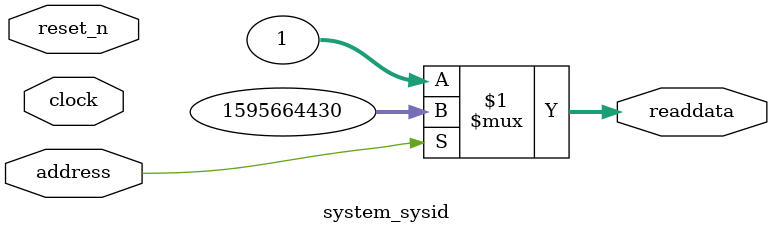
<source format=v>



// synthesis translate_off
`timescale 1ns / 1ps
// synthesis translate_on

// turn off superfluous verilog processor warnings 
// altera message_level Level1 
// altera message_off 10034 10035 10036 10037 10230 10240 10030 

module system_sysid (
               // inputs:
                address,
                clock,
                reset_n,

               // outputs:
                readdata
             )
;

  output  [ 31: 0] readdata;
  input            address;
  input            clock;
  input            reset_n;

  wire    [ 31: 0] readdata;
  //control_slave, which is an e_avalon_slave
  assign readdata = address ? 1595664430 : 1;

endmodule



</source>
